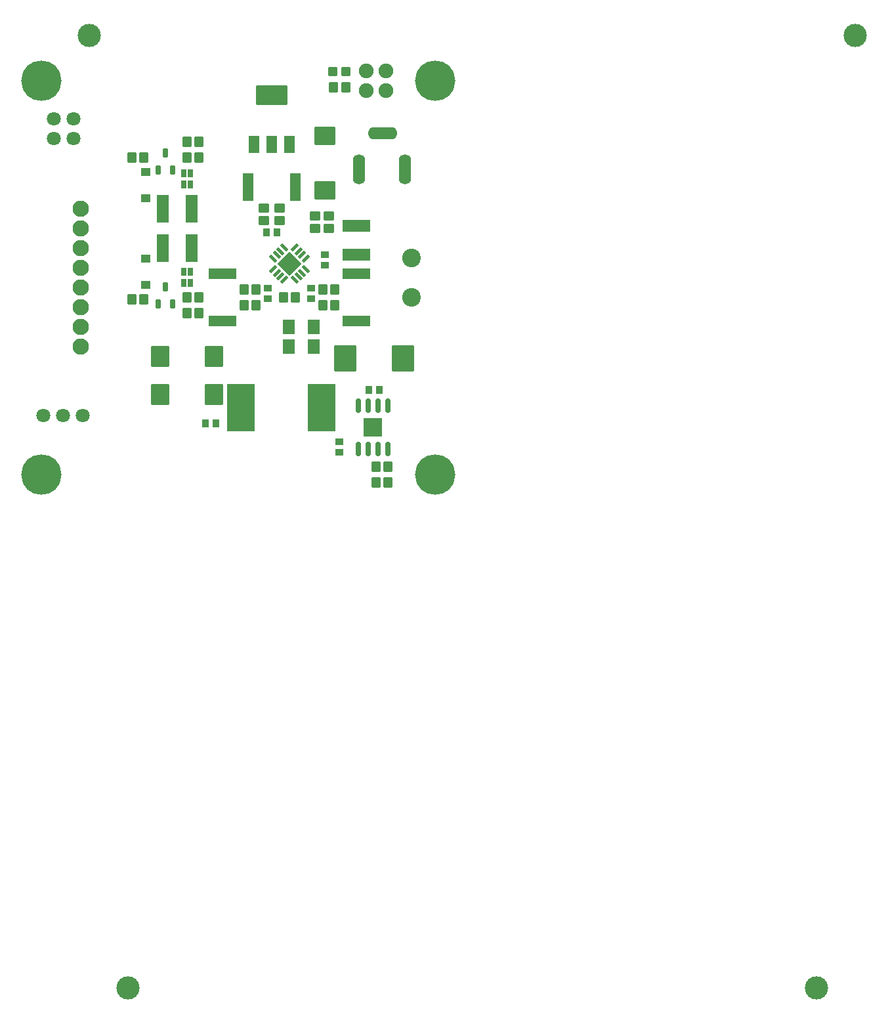
<source format=gts>
G04 Layer: TopSolderMaskLayer*
G04 Panelize: V-CUT, Column: 2, Row: 2, Board Size: 58.42mm x 58.42mm, Panelized Board Size: 118.84mm x 118.84mm*
G04 EasyEDA v6.5.34, 2023-08-04 19:32:33*
G04 a0606e6caba547089c08a3f75083e84a,5a6b42c53f6a479593ecc07194224c93,10*
G04 Gerber Generator version 0.2*
G04 Scale: 100 percent, Rotated: No, Reflected: No *
G04 Dimensions in millimeters *
G04 leading zeros omitted , absolute positions ,4 integer and 5 decimal *
%FSLAX45Y45*%
%MOMM*%

%AMMACRO1*1,1,$1,$2,$3*1,1,$1,$4,$5*1,1,$1,0-$2,0-$3*1,1,$1,0-$4,0-$5*20,1,$1,$2,$3,$4,$5,0*20,1,$1,$4,$5,0-$2,0-$3,0*20,1,$1,0-$2,0-$3,0-$4,0-$5,0*20,1,$1,0-$4,0-$5,$2,$3,0*4,1,4,$2,$3,$4,$5,0-$2,0-$3,0-$4,0-$5,$2,$3,0*%
%AMMACRO2*1,1,$1,$2,$3*1,1,$1,$4,$5*20,1,$1,$2,$3,$4,$5,0*%
%ADD10O,3.8015926X1.6015970000000002*%
%ADD11O,1.6015970000000002X3.9015924*%
%ADD12MACRO1,0.1016X0.3X0.425X0.3X-0.425*%
%ADD13MACRO1,0.2032X-0.5X0.55X0.5X0.55*%
%ADD14MACRO1,0.1016X-0.3X-0.425X-0.3X0.425*%
%ADD15MACRO1,0.2032X-0.55X-0.4999X-0.55X0.4999*%
%ADD16MACRO1,0.1016X0.45X0.4X0.45X-0.4*%
%ADD17MACRO1,0.2032X0.4999X-0.55X-0.4999X-0.55*%
%ADD18MACRO1,0.2032X0.5X-0.55X-0.5X-0.55*%
%ADD19MACRO1,0.1016X0.4X-0.45X-0.4X-0.45*%
%ADD20MACRO1,0.2032X0.55X0.5X0.55X-0.5*%
%ADD21O,0.7015988X1.9015963999999999*%
%ADD22MACRO1,0.1016X-1.145X-1.145X-1.145X1.145*%
%ADD23MACRO1,0.1016X1.75X-3X-1.75X-3*%
%ADD24MACRO1,0.1016X-1.35X1.65X1.35X1.65*%
%ADD25MACRO1,0.1016X-0.7425X-0.864X-0.7425X0.864*%
%ADD26MACRO1,0.1016X0.7425X-0.864X0.7425X0.864*%
%ADD27MACRO2,0.4656X-0.2556X0.2556X0.2556X-0.2556*%
%ADD28MACRO2,0.4656X-0.2556X-0.2556X0.2556X0.2556*%
%ADD29MACRO1,0.1016X0X-1.5274X-1.5274X0*%
%ADD30MACRO1,0.1016X1.728X-0.6413X-1.728X-0.6413*%
%ADD31MACRO1,0.1016X1.728X0.6413X-1.728X0.6413*%
%ADD32MACRO1,0.1016X-0.6413X-1.728X-0.6413X1.728*%
%ADD33MACRO1,0.1016X0.6413X-1.728X0.6413X1.728*%
%ADD34C,2.4032*%
%ADD35MACRO1,0.1016X-1.1038X-1.296X-1.1038X1.296*%
%ADD36MACRO1,0.1016X1.1038X-1.296X1.1038X1.296*%
%ADD37MACRO1,0.1016X-1.296X1.1038X1.296X1.1038*%
%ADD38MACRO1,0.1016X-1.296X-1.1038X1.296X-1.1038*%
%ADD39MACRO1,0.1016X-1.7496X0.7033X1.7496X0.7033*%
%ADD40MACRO1,0.1016X-1.7496X-0.7033X1.7496X-0.7033*%
%ADD41MACRO1,0.1016X0.7033X1.7496X0.7033X-1.7496*%
%ADD42MACRO1,0.1016X-0.7033X1.7496X-0.7033X-1.7496*%
%ADD43MACRO1,0.1016X-0.266X-0.5188X0.266X-0.5188*%
%ADD44MACRO1,0.1016X0.575X0.475X0.575X-0.475*%
%ADD45MACRO1,0.1016X-0.575X-0.475X-0.575X0.475*%
%ADD46MACRO1,0.2032X-0.45X-0.5X-0.45X0.5*%
%ADD47MACRO1,0.2032X-1.9X-1.15X-1.9X1.15*%
%ADD48MACRO1,0.2032X-0.6X-1X-0.6X1*%
%ADD49C,5.2032*%
%ADD50C,1.9016*%
%ADD51C,2.1016*%
%ADD52C,1.8016*%
%ADD53C,3.0000*%

%LPD*%
D10*
G01*
X4780000Y4779137D03*
D11*
G01*
X5075174Y4314062D03*
G01*
X4475225Y4314062D03*
D12*
G01*
X2303094Y4263482D03*
G01*
X2218095Y4118499D03*
G01*
X2303094Y4118499D03*
G01*
X2218095Y4263482D03*
D13*
G01*
X2416802Y4470389D03*
G01*
X2256802Y4470389D03*
D14*
G01*
X2218095Y2848504D03*
G01*
X2303094Y2993487D03*
G01*
X2218095Y2993487D03*
G01*
X2303094Y2848504D03*
D13*
G01*
X2416802Y2666994D03*
G01*
X2256802Y2666994D03*
D15*
G01*
X3911592Y3712189D03*
G01*
X3911592Y3552195D03*
G01*
X4089392Y3712189D03*
G01*
X4089392Y3552195D03*
D16*
G01*
X4038591Y3079595D03*
G01*
X4038591Y3219594D03*
D17*
G01*
X3501384Y2666994D03*
D18*
G01*
X3661384Y2666994D03*
D19*
G01*
X3282792Y3505193D03*
G01*
X3422792Y3505193D03*
D16*
G01*
X3301991Y2647795D03*
G01*
X3301991Y2787794D03*
G01*
X3860791Y2647795D03*
G01*
X3860791Y2787794D03*
D18*
G01*
X2993386Y2768594D03*
G01*
X3153387Y2768594D03*
G01*
X2993387Y2565394D03*
G01*
X3153387Y2565394D03*
D17*
G01*
X4009387Y2768594D03*
D18*
G01*
X4169387Y2768594D03*
G01*
X4009384Y2565394D03*
G01*
X4169384Y2565394D03*
D20*
G01*
X3251192Y3653783D03*
G01*
X3251192Y3813784D03*
G01*
X3454392Y3653784D03*
G01*
X3454392Y3813784D03*
D21*
G01*
X4470603Y713155D03*
G01*
X4597603Y713155D03*
G01*
X4724603Y713155D03*
G01*
X4851603Y713155D03*
G01*
X4470603Y1267637D03*
G01*
X4597603Y1267637D03*
G01*
X4724603Y1267637D03*
G01*
X4851603Y1267637D03*
D22*
G01*
X4661093Y990396D03*
D23*
G01*
X4000695Y1244396D03*
G01*
X2959295Y1244396D03*
D24*
G01*
X5042423Y1879396D03*
G01*
X4305162Y1879396D03*
D25*
G01*
X3893042Y2285994D03*
D26*
G01*
X3574542Y2285994D03*
D25*
G01*
X3893042Y2031994D03*
D26*
G01*
X3574542Y2031994D03*
D27*
G01*
X3651630Y2890647D03*
G01*
X3697604Y2936621D03*
G01*
X3743579Y2982594D03*
G01*
X3789527Y3028543D03*
D28*
G01*
X3789527Y3169031D03*
G01*
X3743553Y3215030D03*
G01*
X3697579Y3260978D03*
G01*
X3651630Y3306927D03*
D27*
G01*
X3511143Y3306927D03*
G01*
X3465169Y3260978D03*
G01*
X3419220Y3215030D03*
G01*
X3373246Y3169031D03*
D28*
G01*
X3373246Y3028543D03*
G01*
X3419195Y2982594D03*
G01*
X3465169Y2936621D03*
G01*
X3511143Y2890647D03*
D29*
G01*
X3581392Y3098794D03*
D30*
G01*
X4444992Y2973621D03*
D31*
G01*
X4444992Y2360368D03*
D30*
G01*
X2717794Y2973621D03*
D31*
G01*
X2717794Y2360368D03*
D32*
G01*
X3659418Y4089392D03*
D33*
G01*
X3046166Y4089392D03*
D34*
G01*
X5156200Y2667000D03*
G01*
X5156200Y3175000D03*
D19*
G01*
X4603793Y1472998D03*
G01*
X4743792Y1472998D03*
D16*
G01*
X4229291Y666396D03*
G01*
X4229291Y806396D03*
D19*
G01*
X2495598Y1041195D03*
G01*
X2635597Y1041195D03*
D35*
G01*
X2611922Y1409498D03*
D36*
G01*
X1909673Y1409498D03*
D35*
G01*
X2611922Y1904798D03*
D36*
G01*
X1909673Y1904798D03*
D13*
G01*
X4855403Y279200D03*
G01*
X4695403Y279200D03*
G01*
X4855403Y482400D03*
G01*
X4695403Y482400D03*
D37*
G01*
X4038593Y4043067D03*
D38*
G01*
X4038593Y4745316D03*
D39*
G01*
X4444992Y3218258D03*
D40*
G01*
X4444992Y3588926D03*
D41*
G01*
X1948261Y3809992D03*
D42*
G01*
X2318928Y3809992D03*
D43*
G01*
X1886195Y4309466D03*
G01*
X2076194Y4309466D03*
G01*
X1981194Y4529717D03*
D44*
G01*
X1727197Y4284035D03*
G01*
X1727197Y3945554D03*
D18*
G01*
X1545589Y4470389D03*
G01*
X1705589Y4470389D03*
D13*
G01*
X2416802Y4673589D03*
G01*
X2256802Y4673589D03*
D18*
G01*
X1545587Y2641592D03*
G01*
X1705587Y2641592D03*
D13*
G01*
X2416802Y2463794D03*
G01*
X2256802Y2463794D03*
D45*
G01*
X1727194Y2827949D03*
G01*
X1727194Y3166430D03*
D43*
G01*
X1886195Y2582266D03*
G01*
X2076194Y2582266D03*
G01*
X1981194Y2802517D03*
D41*
G01*
X1948261Y3301992D03*
D42*
G01*
X2318928Y3301992D03*
D18*
G01*
X4149092Y5372100D03*
G01*
X4309092Y5372100D03*
D46*
G01*
X4144091Y5575292D03*
G01*
X4314090Y5575292D03*
D47*
G01*
X3352792Y5270488D03*
D48*
G01*
X3352792Y4635489D03*
G01*
X3582789Y4635489D03*
G01*
X3122795Y4635489D03*
D49*
G01*
X381000Y5461000D03*
G01*
X5461000Y5461000D03*
G01*
X5461000Y381000D03*
G01*
X381000Y381000D03*
D50*
G01*
X4826000Y5588000D03*
G01*
X4826000Y5334000D03*
G01*
X4572000Y5334000D03*
G01*
X4572000Y5588000D03*
D51*
G01*
X885418Y2034794D03*
G01*
X885418Y2288794D03*
G01*
X885418Y2542794D03*
G01*
X885418Y2796794D03*
G01*
X885418Y3050794D03*
G01*
X885418Y3304794D03*
G01*
X885418Y3558794D03*
G01*
X885418Y3812794D03*
D52*
G01*
X800100Y4711674D03*
G01*
X546100Y4711674D03*
G01*
X800100Y4965674D03*
G01*
X546100Y4965674D03*
G01*
X406400Y1143000D03*
G01*
X660400Y1143000D03*
G01*
X914400Y1143000D03*
D53*
G01*
X999997Y6041999D03*
G01*
X10884001Y6041999D03*
G01*
X1499996Y-6241999D03*
G01*
X10384002Y-6241999D03*
M02*

</source>
